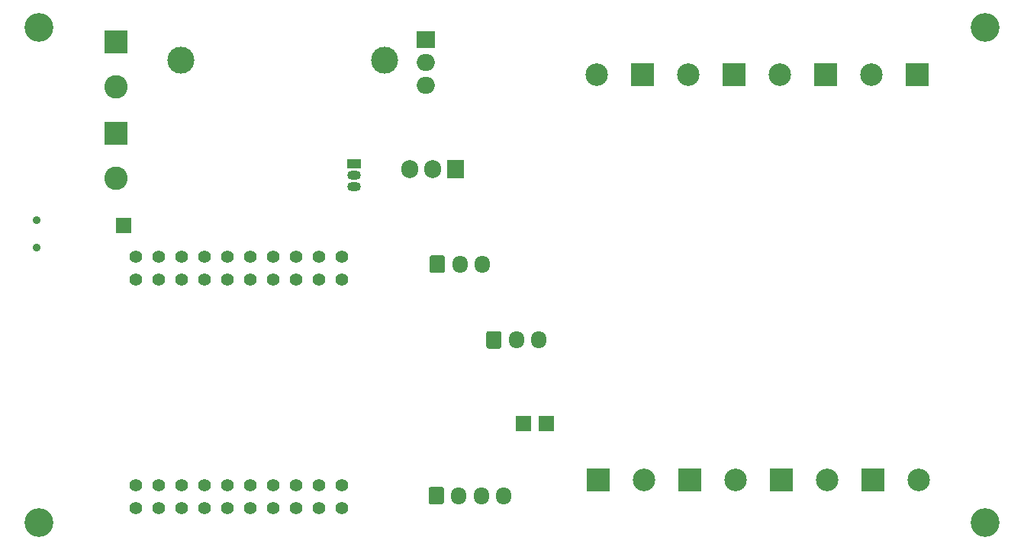
<source format=gbs>
G04 #@! TF.GenerationSoftware,KiCad,Pcbnew,5.1.12-84ad8e8a86~92~ubuntu20.04.1*
G04 #@! TF.CreationDate,2021-11-25T00:21:49+01:00*
G04 #@! TF.ProjectId,CC dimmer low voltage,43432064-696d-46d6-9572-206c6f772076,0.93*
G04 #@! TF.SameCoordinates,Original*
G04 #@! TF.FileFunction,Soldermask,Bot*
G04 #@! TF.FilePolarity,Negative*
%FSLAX46Y46*%
G04 Gerber Fmt 4.6, Leading zero omitted, Abs format (unit mm)*
G04 Created by KiCad (PCBNEW 5.1.12-84ad8e8a86~92~ubuntu20.04.1) date 2021-11-25 00:21:49*
%MOMM*%
%LPD*%
G01*
G04 APERTURE LIST*
%ADD10C,1.400000*%
%ADD11O,2.000000X1.905000*%
%ADD12R,2.000000X1.905000*%
%ADD13C,3.000000*%
%ADD14R,1.700000X1.700000*%
%ADD15C,3.200000*%
%ADD16O,1.700000X1.950000*%
%ADD17O,1.500000X1.050000*%
%ADD18R,1.500000X1.050000*%
%ADD19R,1.905000X2.000000*%
%ADD20O,1.905000X2.000000*%
%ADD21R,2.600000X2.600000*%
%ADD22C,2.600000*%
%ADD23C,2.500000*%
%ADD24R,2.500000X2.500000*%
%ADD25C,0.900000*%
G04 APERTURE END LIST*
D10*
X136522000Y-77775000D03*
X136522000Y-80315000D03*
X133982000Y-77775000D03*
X133982000Y-80315000D03*
X131442000Y-77775000D03*
X131442000Y-80315000D03*
X128902000Y-77775000D03*
X128902000Y-80315000D03*
X126362000Y-77775000D03*
X126362000Y-80315000D03*
X123822000Y-77775000D03*
X123822000Y-80315000D03*
X121282000Y-77775000D03*
X121282000Y-80315000D03*
X118742000Y-77775000D03*
X118742000Y-80315000D03*
X116202000Y-77775000D03*
X116202000Y-80315000D03*
X113662000Y-77775000D03*
X113662000Y-80315000D03*
X136522000Y-103175000D03*
X136522000Y-105715000D03*
X133982000Y-103175000D03*
X133982000Y-105715000D03*
X131442000Y-103175000D03*
X131442000Y-105715000D03*
X128902000Y-103175000D03*
X128902000Y-105715000D03*
X126362000Y-103175000D03*
X126362000Y-105715000D03*
X123822000Y-103175000D03*
X123822000Y-105715000D03*
X121282000Y-103175000D03*
X121282000Y-105715000D03*
X118742000Y-103175000D03*
X118742000Y-105715000D03*
X116202000Y-103175000D03*
X116202000Y-105715000D03*
X113662000Y-105715000D03*
X113662000Y-103175000D03*
D11*
X145796000Y-58703000D03*
X145796000Y-56163000D03*
D12*
X145796000Y-53623000D03*
D13*
X141212000Y-55875000D03*
X118612000Y-55875000D03*
D14*
X159222000Y-96275000D03*
D15*
X102880000Y-107300000D03*
X207880000Y-52300000D03*
G36*
G01*
X146242000Y-79310000D02*
X146242000Y-77860000D01*
G75*
G02*
X146492000Y-77610000I250000J0D01*
G01*
X147692000Y-77610000D01*
G75*
G02*
X147942000Y-77860000I0J-250000D01*
G01*
X147942000Y-79310000D01*
G75*
G02*
X147692000Y-79560000I-250000J0D01*
G01*
X146492000Y-79560000D01*
G75*
G02*
X146242000Y-79310000I0J250000D01*
G01*
G37*
D16*
X149592000Y-78585000D03*
X152092000Y-78585000D03*
G36*
G01*
X146132000Y-105040000D02*
X146132000Y-103590000D01*
G75*
G02*
X146382000Y-103340000I250000J0D01*
G01*
X147582000Y-103340000D01*
G75*
G02*
X147832000Y-103590000I0J-250000D01*
G01*
X147832000Y-105040000D01*
G75*
G02*
X147582000Y-105290000I-250000J0D01*
G01*
X146382000Y-105290000D01*
G75*
G02*
X146132000Y-105040000I0J250000D01*
G01*
G37*
X149482000Y-104315000D03*
X151982000Y-104315000D03*
X154482000Y-104315000D03*
D14*
X156672000Y-96275000D03*
X112292000Y-74275000D03*
D17*
X137862000Y-68685000D03*
X137862000Y-69955000D03*
D18*
X137862000Y-67415000D03*
D19*
X149152000Y-67985000D03*
D20*
X146612000Y-67985000D03*
X144072000Y-67985000D03*
D21*
X111412000Y-53895000D03*
D22*
X111412000Y-58895000D03*
D23*
X164802000Y-57507000D03*
D24*
X169882000Y-57507000D03*
X180032000Y-57505000D03*
D23*
X174952000Y-57505000D03*
X185102000Y-57495000D03*
D24*
X190182000Y-57495000D03*
X200332000Y-57485000D03*
D23*
X195252000Y-57485000D03*
D24*
X195472000Y-102545000D03*
D23*
X200552000Y-102545000D03*
X190382000Y-102545000D03*
D24*
X185302000Y-102545000D03*
X175132000Y-102545000D03*
D23*
X180212000Y-102545000D03*
X170032000Y-102545000D03*
D24*
X164952000Y-102545000D03*
D15*
X102880000Y-52300000D03*
X207880000Y-107300000D03*
G36*
G01*
X152522000Y-87720000D02*
X152522000Y-86270000D01*
G75*
G02*
X152772000Y-86020000I250000J0D01*
G01*
X153972000Y-86020000D01*
G75*
G02*
X154222000Y-86270000I0J-250000D01*
G01*
X154222000Y-87720000D01*
G75*
G02*
X153972000Y-87970000I-250000J0D01*
G01*
X152772000Y-87970000D01*
G75*
G02*
X152522000Y-87720000I0J250000D01*
G01*
G37*
D16*
X155872000Y-86995000D03*
X158372000Y-86995000D03*
D21*
X111412000Y-64055000D03*
D22*
X111412000Y-69055000D03*
D25*
X102662000Y-73735000D03*
X102662000Y-76735000D03*
M02*

</source>
